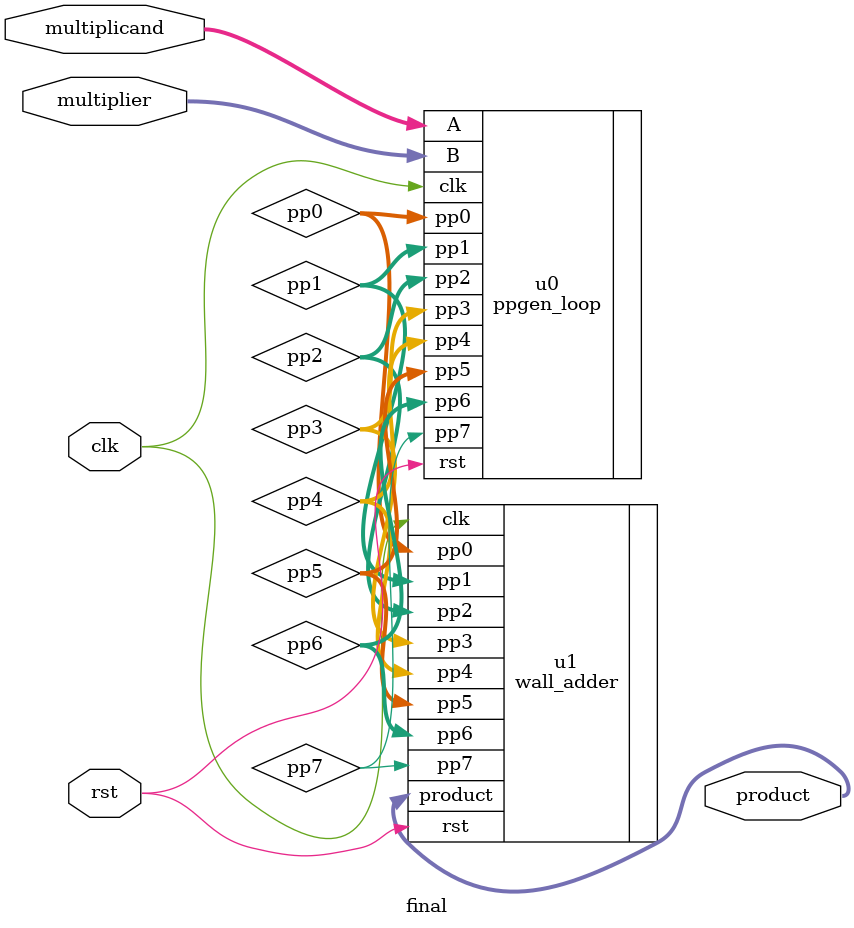
<source format=v>

module final ( 
               input clk,rst,
               input  [7:0] multiplicand, multiplier,
               output [15:0] product 
             );
      
  
  wire [14:0] pp0; 
  wire [12:0] pp1;
  wire [10:0] pp2; 
  wire [8:0]  pp3;
  wire [6:0]  pp4;
  wire [4:0]  pp5;
  wire [2:0]  pp6;
  wire        pp7;
  
  ppgen_loop u0 (  
              .clk         ( clk          ),
              .rst         ( rst          ),       ///  partial product generator ////
              .A           ( multiplicand ), 
              .B           ( multiplier   ),
              .pp0         ( pp0          ) ,
              .pp1         ( pp1          ) ,
              .pp2         ( pp2          ) ,
              .pp3         ( pp3          ) ,
              .pp4         ( pp4          ) ,
              .pp5         ( pp5          ) ,
              .pp6         ( pp6          ) ,
              .pp7         ( pp7          ) 
          
           ); 
   
   wall_adder u1 (  .clk ( clk ),
                    .rst ( rst ),                      /////  compressed adder part //////
                    .pp0 ( pp0 ) ,
                    .pp1 ( pp1 ) ,
                    .pp2 ( pp2 ) ,
                    .pp3 ( pp3 ) ,
                    .pp4 ( pp4 ) ,
                    .pp5 ( pp5 ) ,
                    .pp6 ( pp6 ) ,
                    .pp7 ( pp7 ) ,
                    
                    .product (product)
                 );
endmodule
</source>
